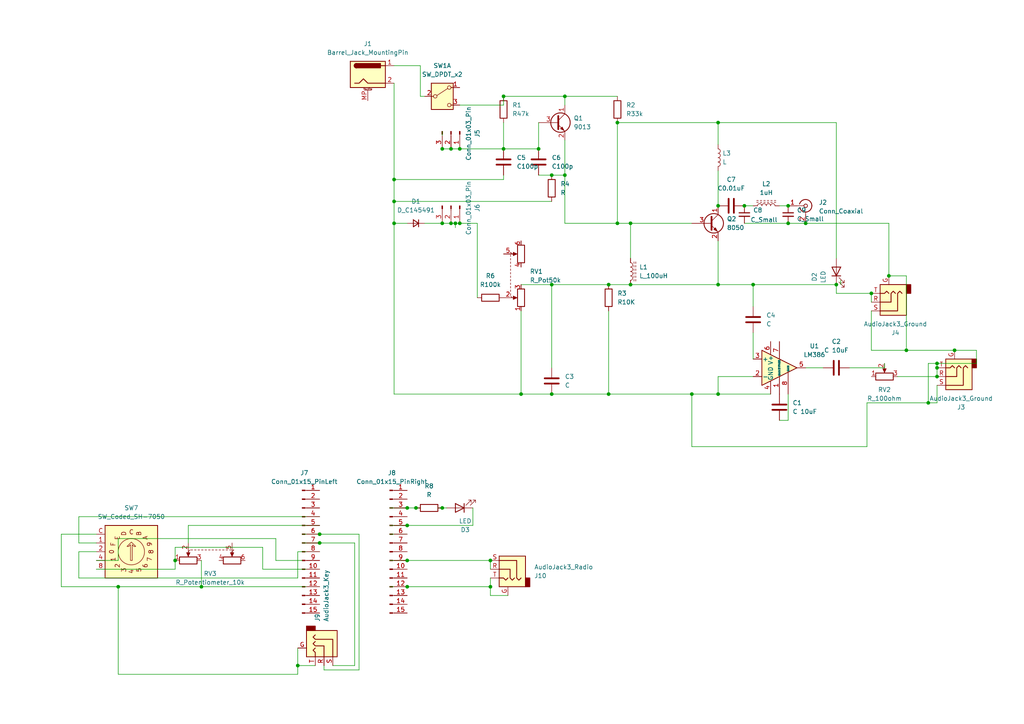
<source format=kicad_sch>
(kicad_sch (version 20231120) (generator "eeschema") (generator_version "8.0")
  (paper "A4")
  (lib_symbols
    (symbol "Amplifier_Audio:LM386" (pin_names (offset 0.127))
      (property "Reference" "U" (at 1.27 7.62 0))
      (property "Value" "LM386" (at 1.27 5.08 0))
      (symbol "LM386_0_1"
        (polyline (pts (xy 5.08 0) (xy -5.08 5.08) (xy -5.08 -5.08) (xy 5.08 0)) (stroke (width 0.254)) (fill (type background)))
      )
      (symbol "LM386_1_1"
        (pin input line (at 0 -7.62 90) (length 5.08) (name "GAIN") (number "1"))
        (pin input line (at -7.62 -2.54 0) (length 2.54) (name "-") (number "2"))
        (pin input line (at -7.62 2.54 0) (length 2.54) (name "+") (number "3"))
        (pin power_in line (at -2.54 -7.62 90) (length 3.81) (name "GND") (number "4"))
        (pin output line (at 7.62 0 180) (length 2.54) (name "~") (number "5"))
        (pin power_in line (at -2.54 7.62 270) (length 3.81) (name "V+") (number "6"))
        (pin input line (at 0 7.62 270) (length 5.08) (name "BYPASS") (number "7"))
        (pin input line (at 2.54 -7.62 90) (length 6.35) (name "GAIN") (number "8"))
      )
    )
    (symbol "Connector:Barrel_Jack_MountingPin" (pin_names hide)
      (property "Reference" "J" (at 0 5.334 0))
      (property "Value" "Barrel_Jack_MountingPin" (at 1.27 -6.35 0))
      (symbol "Barrel_Jack_MountingPin_0_1"
        (rectangle (start -5.08 3.81) (end 5.08 -3.81) (stroke (width 0.254)) (fill (type background)))
        (arc (start -3.302 3.175) (mid -3.9343 2.54) (end -3.302 1.905) (stroke (width 0.254)))
        (arc (start -3.302 3.175) (mid -3.9343 2.54) (end -3.302 1.905) (stroke (width 0.254)) (fill (type outline)))
        (polyline (pts (xy 5.08 2.54) (xy 3.81 2.54)) (stroke (width 0.254)))
        (polyline (pts (xy -3.81 -2.54) (xy -2.54 -2.54) (xy -1.27 -1.27) (xy 0 -2.54) (xy 2.54 -2.54) (xy 5.08 -2.54)) (stroke (width 0.254)))
        (rectangle (start 3.683 3.175) (end -3.302 1.905) (stroke (width 0.254)) (fill (type outline)))
      )
      (symbol "Barrel_Jack_MountingPin_1_1"
        (polyline (pts (xy -1.016 -4.572) (xy 1.016 -4.572)) (stroke (width 0.1524)))
        (text "Mounting" (at 0 -4.191 0) (effects (font (size 0.381 0.381))))
        (pin passive line (at 7.62 2.54 180) (length 2.54) (name "~") (number "1"))
        (pin passive line (at 7.62 -2.54 180) (length 2.54) (name "~") (number "2"))
        (pin passive line (at 0 -7.62 90) (length 3.048) (name "MountPin") (number "MP"))
      )
    )
    (symbol "Connector:Conn_01x03_Pin" (pin_names (offset 1.016) hide)
      (property "Reference" "J" (at 0 5.08 0))
      (property "Value" "Conn_01x03_Pin" (at 0 -5.08 0))
      (symbol "Conn_01x03_Pin_1_1"
        (polyline (pts (xy 1.27 -2.54) (xy 0.8636 -2.54)) (stroke (width 0.1524)))
        (polyline (pts (xy 1.27 0) (xy 0.8636 0)) (stroke (width 0.1524)))
        (polyline (pts (xy 1.27 2.54) (xy 0.8636 2.54)) (stroke (width 0.1524)))
        (rectangle (start 0.8636 -2.413) (end 0 -2.667) (stroke (width 0.1524)) (fill (type outline)))
        (rectangle (start 0.8636 0.127) (end 0 -0.127) (stroke (width 0.1524)) (fill (type outline)))
        (rectangle (start 0.8636 2.667) (end 0 2.413) (stroke (width 0.1524)) (fill (type outline)))
        (pin passive line (at 5.08 2.54 180) (length 3.81) (name "Pin_1") (number "1"))
        (pin passive line (at 5.08 0 180) (length 3.81) (name "Pin_2") (number "2"))
        (pin passive line (at 5.08 -2.54 180) (length 3.81) (name "Pin_3") (number "3"))
      )
    )
    (symbol "Connector:Conn_01x15_Pin" (pin_names (offset 1.016) hide)
      (property "Reference" "J" (at 0 20.32 0))
      (property "Value" "Conn_01x15_Pin" (at 0 -20.32 0))
      (symbol "Conn_01x15_Pin_1_1"
        (polyline (pts (xy 1.27 -17.78) (xy 0.8636 -17.78)) (stroke (width 0.1524)))
        (polyline (pts (xy 1.27 -15.24) (xy 0.8636 -15.24)) (stroke (width 0.1524)))
        (polyline (pts (xy 1.27 -12.7) (xy 0.8636 -12.7)) (stroke (width 0.1524)))
        (polyline (pts (xy 1.27 -10.16) (xy 0.8636 -10.16)) (stroke (width 0.1524)))
        (polyline (pts (xy 1.27 -7.62) (xy 0.8636 -7.62)) (stroke (width 0.1524)))
        (polyline (pts (xy 1.27 -5.08) (xy 0.8636 -5.08)) (stroke (width 0.1524)))
        (polyline (pts (xy 1.27 -2.54) (xy 0.8636 -2.54)) (stroke (width 0.1524)))
        (polyline (pts (xy 1.27 0) (xy 0.8636 0)) (stroke (width 0.1524)))
        (polyline (pts (xy 1.27 2.54) (xy 0.8636 2.54)) (stroke (width 0.1524)))
        (polyline (pts (xy 1.27 5.08) (xy 0.8636 5.08)) (stroke (width 0.1524)))
        (polyline (pts (xy 1.27 7.62) (xy 0.8636 7.62)) (stroke (width 0.1524)))
        (polyline (pts (xy 1.27 10.16) (xy 0.8636 10.16)) (stroke (width 0.1524)))
        (polyline (pts (xy 1.27 12.7) (xy 0.8636 12.7)) (stroke (width 0.1524)))
        (polyline (pts (xy 1.27 15.24) (xy 0.8636 15.24)) (stroke (width 0.1524)))
        (polyline (pts (xy 1.27 17.78) (xy 0.8636 17.78)) (stroke (width 0.1524)))
        (rectangle (start 0.8636 -17.653) (end 0 -17.907) (stroke (width 0.1524)) (fill (type outline)))
        (rectangle (start 0.8636 -15.113) (end 0 -15.367) (stroke (width 0.1524)) (fill (type outline)))
        (rectangle (start 0.8636 -12.573) (end 0 -12.827) (stroke (width 0.1524)) (fill (type outline)))
        (rectangle (start 0.8636 -10.033) (end 0 -10.287) (stroke (width 0.1524)) (fill (type outline)))
        (rectangle (start 0.8636 -7.493) (end 0 -7.747) (stroke (width 0.1524)) (fill (type outline)))
        (rectangle (start 0.8636 -4.953) (end 0 -5.207) (stroke (width 0.1524)) (fill (type outline)))
        (rectangle (start 0.8636 -2.413) (end 0 -2.667) (stroke (width 0.1524)) (fill (type outline)))
        (rectangle (start 0.8636 0.127) (end 0 -0.127) (stroke (width 0.1524)) (fill (type outline)))
        (rectangle (start 0.8636 2.667) (end 0 2.413) (stroke (width 0.1524)) (fill (type outline)))
        (rectangle (start 0.8636 5.207) (end 0 4.953) (stroke (width 0.1524)) (fill (type outline)))
        (rectangle (start 0.8636 7.747) (end 0 7.493) (stroke (width 0.1524)) (fill (type outline)))
        (rectangle (start 0.8636 10.287) (end 0 10.033) (stroke (width 0.1524)) (fill (type outline)))
        (rectangle (start 0.8636 12.827) (end 0 12.573) (stroke (width 0.1524)) (fill (type outline)))
        (rectangle (start 0.8636 15.367) (end 0 15.113) (stroke (width 0.1524)) (fill (type outline)))
        (rectangle (start 0.8636 17.907) (end 0 17.653) (stroke (width 0.1524)) (fill (type outline)))
        (pin passive line (at 5.08 17.78 180) (length 3.81) (name "Pin_1") (number "1"))
        (pin passive line (at 5.08 -5.08 180) (length 3.81) (name "Pin_10") (number "10"))
        (pin passive line (at 5.08 -7.62 180) (length 3.81) (name "Pin_11") (number "11"))
        (pin passive line (at 5.08 -10.16 180) (length 3.81) (name "Pin_12") (number "12"))
        (pin passive line (at 5.08 -12.7 180) (length 3.81) (name "Pin_13") (number "13"))
        (pin passive line (at 5.08 -15.24 180) (length 3.81) (name "Pin_14") (number "14"))
        (pin passive line (at 5.08 -17.78 180) (length 3.81) (name "Pin_15") (number "15"))
        (pin passive line (at 5.08 15.24 180) (length 3.81) (name "Pin_2") (number "2"))
        (pin passive line (at 5.08 12.7 180) (length 3.81) (name "Pin_3") (number "3"))
        (pin passive line (at 5.08 10.16 180) (length 3.81) (name "Pin_4") (number "4"))
        (pin passive line (at 5.08 7.62 180) (length 3.81) (name "Pin_5") (number "5"))
        (pin passive line (at 5.08 5.08 180) (length 3.81) (name "Pin_6") (number "6"))
        (pin passive line (at 5.08 2.54 180) (length 3.81) (name "Pin_7") (number "7"))
        (pin passive line (at 5.08 0 180) (length 3.81) (name "Pin_8") (number "8"))
        (pin passive line (at 5.08 -2.54 180) (length 3.81) (name "Pin_9") (number "9"))
      )
    )
    (symbol "Connector:Conn_Coaxial" (pin_names (offset 1.016) hide)
      (property "Reference" "J" (at 0.254 3.048 0))
      (property "Value" "Conn_Coaxial" (at 2.921 0 90))
      (symbol "Conn_Coaxial_0_1"
        (arc (start -1.778 -0.508) (mid 0.2311 -1.8066) (end 1.778 0) (stroke (width 0.254)))
        (polyline (pts (xy -2.54 0) (xy -0.508 0)))
        (polyline (pts (xy 0 -2.54) (xy 0 -1.778)))
        (circle (center 0 0) (radius 0.508) (stroke (width 0.2032)))
        (arc (start 1.778 0) (mid 0.2099 1.8101) (end -1.778 0.508) (stroke (width 0.254)))
      )
      (symbol "Conn_Coaxial_1_1"
        (pin passive line (at -5.08 0 0) (length 2.54) (name "In") (number "1"))
        (pin passive line (at 0 -5.08 90) (length 2.54) (name "Ext") (number "2"))
      )
    )
    (symbol "Connector_Audio:AudioJack3_Ground"
      (property "Reference" "J" (at 0 8.89 0))
      (property "Value" "AudioJack3_Ground" (at 0 6.35 0))
      (symbol "AudioJack3_Ground_0_1"
        (rectangle (start -5.08 -2.54) (end -6.35 -5.08) (stroke (width 0.254)) (fill (type outline)))
        (polyline (pts (xy 0 -2.54) (xy 0.635 -3.175) (xy 1.27 -2.54) (xy 2.54 -2.54)) (stroke (width 0.254)))
        (polyline (pts (xy -1.905 -2.54) (xy -1.27 -3.175) (xy -0.635 -2.54) (xy -0.635 0) (xy 2.54 0)) (stroke (width 0.254)))
        (polyline (pts (xy 2.54 2.54) (xy -2.54 2.54) (xy -2.54 -2.54) (xy -3.175 -3.175) (xy -3.81 -2.54)) (stroke (width 0.254)))
        (rectangle (start 2.54 3.81) (end -5.08 -5.08) (stroke (width 0.254)) (fill (type background)))
      )
      (symbol "AudioJack3_Ground_1_1"
        (pin passive line (at 0 -7.62 90) (length 2.54) (name "~") (number "G"))
        (pin passive line (at 5.08 0 180) (length 2.54) (name "~") (number "R"))
        (pin passive line (at 5.08 2.54 180) (length 2.54) (name "~") (number "S"))
        (pin passive line (at 5.08 -2.54 180) (length 2.54) (name "~") (number "T"))
      )
    )
    (symbol "Device:C" (pin_numbers hide) (pin_names (offset 0.254))
      (property "Reference" "C" (at 0.635 2.54 0))
      (property "Value" "C" (at 0.635 -2.54 0))
      (symbol "C_0_1"
        (polyline (pts (xy -2.032 -0.762) (xy 2.032 -0.762)) (stroke (width 0.508)))
        (polyline (pts (xy -2.032 0.762) (xy 2.032 0.762)) (stroke (width 0.508)))
      )
      (symbol "C_1_1"
        (pin passive line (at 0 3.81 270) (length 2.794) (name "~") (number "1"))
        (pin passive line (at 0 -3.81 90) (length 2.794) (name "~") (number "2"))
      )
    )
    (symbol "Device:C_Small" (pin_numbers hide) (pin_names (offset 0.254) hide)
      (property "Reference" "C" (at 0.254 1.778 0))
      (property "Value" "C_Small" (at 0.254 -2.032 0))
      (symbol "C_Small_0_1"
        (polyline (pts (xy -1.524 -0.508) (xy 1.524 -0.508)) (stroke (width 0.3302)))
        (polyline (pts (xy -1.524 0.508) (xy 1.524 0.508)) (stroke (width 0.3048)))
      )
      (symbol "C_Small_1_1"
        (pin passive line (at 0 2.54 270) (length 2.032) (name "~") (number "1"))
        (pin passive line (at 0 -2.54 90) (length 2.032) (name "~") (number "2"))
      )
    )
    (symbol "Device:D_Small" (pin_numbers hide) (pin_names (offset 0.254) hide)
      (property "Reference" "D" (at -1.27 2.032 0))
      (property "Value" "D_Small" (at -3.81 -2.032 0))
      (symbol "D_Small_0_1"
        (polyline (pts (xy -0.762 -1.016) (xy -0.762 1.016)) (stroke (width 0.254)))
        (polyline (pts (xy -0.762 0) (xy 0.762 0)))
        (polyline (pts (xy 0.762 -1.016) (xy -0.762 0) (xy 0.762 1.016) (xy 0.762 -1.016)) (stroke (width 0.254)))
      )
      (symbol "D_Small_1_1"
        (pin passive line (at -2.54 0 0) (length 1.778) (name "K") (number "1"))
        (pin passive line (at 2.54 0 180) (length 1.778) (name "A") (number "2"))
      )
    )
    (symbol "Device:L" (pin_numbers hide) (pin_names (offset 1.016) hide)
      (property "Reference" "L" (at -1.27 0 90))
      (property "Value" "L" (at 1.905 0 90))
      (symbol "L_0_1"
        (arc (start 0 -2.54) (mid 0.6323 -1.905) (end 0 -1.27))
        (arc (start 0 -1.27) (mid 0.6323 -0.635) (end 0 0))
        (arc (start 0 0) (mid 0.6323 0.635) (end 0 1.27))
        (arc (start 0 1.27) (mid 0.6323 1.905) (end 0 2.54))
      )
      (symbol "L_1_1"
        (pin passive line (at 0 3.81 270) (length 1.27) (name "1") (number "1"))
        (pin passive line (at 0 -3.81 90) (length 1.27) (name "2") (number "2"))
      )
    )
    (symbol "Device:LED" (pin_numbers hide) (pin_names (offset 1.016) hide)
      (property "Reference" "D" (at 0 2.54 0))
      (property "Value" "LED" (at 0 -2.54 0))
      (symbol "LED_0_1"
        (polyline (pts (xy -1.27 -1.27) (xy -1.27 1.27)) (stroke (width 0.254)))
        (polyline (pts (xy -1.27 0) (xy 1.27 0)))
        (polyline (pts (xy 1.27 -1.27) (xy 1.27 1.27) (xy -1.27 0) (xy 1.27 -1.27)) (stroke (width 0.254)))
        (polyline (pts (xy -3.048 -0.762) (xy -4.572 -2.286) (xy -3.81 -2.286) (xy -4.572 -2.286) (xy -4.572 -1.524)))
        (polyline (pts (xy -1.778 -0.762) (xy -3.302 -2.286) (xy -2.54 -2.286) (xy -3.302 -2.286) (xy -3.302 -1.524)))
      )
      (symbol "LED_1_1"
        (pin passive line (at -3.81 0 0) (length 2.54) (name "K") (number "1"))
        (pin passive line (at 3.81 0 180) (length 2.54) (name "A") (number "2"))
      )
    )
    (symbol "Device:L_Ferrite" (pin_numbers hide) (pin_names (offset 1.016) hide)
      (property "Reference" "L" (at -1.27 0 90))
      (property "Value" "L_Ferrite" (at 2.794 0 90))
      (symbol "L_Ferrite_0_1"
        (arc (start 0 -2.54) (mid 0.6323 -1.905) (end 0 -1.27))
        (arc (start 0 -1.27) (mid 0.6323 -0.635) (end 0 0))
        (polyline (pts (xy 1.016 -2.794) (xy 1.016 -2.286)))
        (polyline (pts (xy 1.016 -1.778) (xy 1.016 -1.27)))
        (polyline (pts (xy 1.016 -0.762) (xy 1.016 -0.254)))
        (polyline (pts (xy 1.016 0.254) (xy 1.016 0.762)))
        (polyline (pts (xy 1.016 1.27) (xy 1.016 1.778)))
        (polyline (pts (xy 1.016 2.286) (xy 1.016 2.794)))
        (polyline (pts (xy 1.524 -2.286) (xy 1.524 -2.794)))
        (polyline (pts (xy 1.524 -1.27) (xy 1.524 -1.778)))
        (polyline (pts (xy 1.524 -0.254) (xy 1.524 -0.762)))
        (polyline (pts (xy 1.524 0.762) (xy 1.524 0.254)))
        (polyline (pts (xy 1.524 1.778) (xy 1.524 1.27)))
        (polyline (pts (xy 1.524 2.794) (xy 1.524 2.286)))
        (arc (start 0 0) (mid 0.6323 0.635) (end 0 1.27))
        (arc (start 0 1.27) (mid 0.6323 1.905) (end 0 2.54))
      )
      (symbol "L_Ferrite_1_1"
        (pin passive line (at 0 3.81 270) (length 1.27) (name "1") (number "1"))
        (pin passive line (at 0 -3.81 90) (length 1.27) (name "2") (number "2"))
      )
    )
    (symbol "Device:R" (pin_numbers hide) (pin_names (offset 0))
      (property "Reference" "R" (at 2.032 0 90))
      (property "Value" "R" (at 0 0 90))
      (symbol "R_0_1"
        (rectangle (start -1.016 -2.54) (end 1.016 2.54) (stroke (width 0.254)))
      )
      (symbol "R_1_1"
        (pin passive line (at 0 3.81 270) (length 1.27) (name "~") (number "1"))
        (pin passive line (at 0 -3.81 90) (length 1.27) (name "~") (number "2"))
      )
    )
    (symbol "Device:R_Potentiometer" (pin_names (offset 1.016) hide)
      (property "Reference" "RV" (at -4.445 0 90))
      (property "Value" "R_Potentiometer" (at -2.54 0 90))
      (symbol "R_Potentiometer_0_1"
        (polyline (pts (xy 2.54 0) (xy 1.524 0)))
        (polyline (pts (xy 1.143 0) (xy 2.286 0.508) (xy 2.286 -0.508) (xy 1.143 0)) (fill (type outline)))
        (rectangle (start 1.016 2.54) (end -1.016 -2.54) (stroke (width 0.254)))
      )
      (symbol "R_Potentiometer_1_1"
        (pin passive line (at 0 3.81 270) (length 1.27) (name "1") (number "1"))
        (pin passive line (at 3.81 0 180) (length 1.27) (name "2") (number "2"))
        (pin passive line (at 0 -3.81 90) (length 1.27) (name "3") (number "3"))
      )
    )
    (symbol "Device:R_Potentiometer_Dual" (pin_names (offset 1.016) hide)
      (property "Reference" "RV" (at 0 3.81 0))
      (property "Value" "R_Potentiometer_Dual" (at 0 1.905 0))
      (symbol "R_Potentiometer_Dual_0_1"
        (rectangle (start -8.89 -1.524) (end -3.81 -3.556) (stroke (width 0.254)))
        (polyline (pts (xy -6.35 0) (xy -6.35 -1.016)))
        (polyline (pts (xy -6.35 0) (xy -6.35 -1.016)))
        (polyline (pts (xy -6.35 0) (xy -5.842 0.508)))
        (polyline (pts (xy -5.588 0.508) (xy -5.08 0.508)))
        (polyline (pts (xy -4.572 0.508) (xy -4.064 0.508)))
        (polyline (pts (xy -3.556 0.508) (xy -3.048 0.508)))
        (polyline (pts (xy -2.54 0.508) (xy -2.032 0.508)))
        (polyline (pts (xy -1.524 0.508) (xy -1.016 0.508)))
        (polyline (pts (xy -0.508 0.508) (xy 0 0.508)))
        (polyline (pts (xy 0.508 0.508) (xy 1.016 0.508)))
        (polyline (pts (xy 1.524 0.508) (xy 2.032 0.508)))
        (polyline (pts (xy 2.54 0.508) (xy 3.048 0.508)))
        (polyline (pts (xy 3.556 0.508) (xy 4.064 0.508)))
        (polyline (pts (xy 4.572 0.508) (xy 5.08 0.508)))
        (polyline (pts (xy 5.588 0.508) (xy 6.096 0.508)))
        (polyline (pts (xy 6.35 0) (xy 6.35 -1.016)))
        (polyline (pts (xy 6.35 0) (xy 6.35 -1.016)))
        (polyline (pts (xy 6.604 0.508) (xy 6.858 0.508) (xy 6.35 0)))
        (polyline (pts (xy -6.35 -1.397) (xy -6.858 -0.254) (xy -5.842 -0.254) (xy -6.35 -1.397)) (fill (type outline)))
        (polyline (pts (xy 6.35 -1.397) (xy 5.842 -0.254) (xy 6.858 -0.254) (xy 6.35 -1.397)) (fill (type outline)))
        (rectangle (start 3.81 -1.524) (end 8.89 -3.556) (stroke (width 0.254)))
      )
      (symbol "R_Potentiometer_Dual_1_1"
        (pin passive line (at -10.16 -2.54 0) (length 1.27) (name "1") (number "1"))
        (pin passive line (at -6.35 2.54 270) (length 2.54) (name "2") (number "2"))
        (pin passive line (at -2.54 -2.54 180) (length 1.27) (name "3") (number "3"))
        (pin passive line (at 2.54 -2.54 0) (length 1.27) (name "4") (number "4"))
        (pin passive line (at 6.35 2.54 270) (length 2.54) (name "5") (number "5"))
        (pin passive line (at 10.16 -2.54 180) (length 1.27) (name "6") (number "6"))
      )
    )
    (symbol "Switch:SW_Coded_SH-7050" (pin_names hide)
      (property "Reference" "SW" (at -7.62 8.89 0))
      (property "Value" "SW_Coded_SH-7050" (at -7.62 -8.89 0))
      (symbol "SW_Coded_SH-7050_0_0"
        (text "0" (at 5.715 0 2700) (effects (font (size 1.27 1.27))))
        (text "1" (at 5.2832 -2.1844 2475) (effects (font (size 1.27 1.27))))
        (text "2" (at 4.0386 -4.0386 2250) (effects (font (size 1.27 1.27))))
        (text "3" (at 2.1844 -5.2832 2025) (effects (font (size 1.27 1.27))))
        (text "4" (at 0 -5.715 1800) (effects (font (size 1.27 1.27))))
        (text "5" (at -2.1844 -5.2832 1575) (effects (font (size 1.27 1.27))))
        (text "6" (at -4.0386 -4.0386 1350) (effects (font (size 1.27 1.27))))
        (text "7" (at -5.2832 -2.1844 1125) (effects (font (size 1.27 1.27))))
        (text "8" (at -5.715 0 900) (effects (font (size 1.27 1.27))))
        (text "9" (at -5.2832 2.1844 675) (effects (font (size 1.27 1.27))))
        (text "A" (at -4.0386 4.0386 450) (effects (font (size 1.27 1.27))))
        (text "B" (at -2.1844 5.2832 225) (effects (font (size 1.27 1.27))))
        (text "C" (at 0 5.715 0) (effects (font (size 1.27 1.27))))
        (text "D" (at 2.1844 5.2832 3375) (effects (font (size 1.27 1.27))))
        (text "E" (at 4.0386 4.0386 3150) (effects (font (size 1.27 1.27))))
        (text "F" (at 5.2832 2.1844 2925) (effects (font (size 1.27 1.27))))
      )
      (symbol "SW_Coded_SH-7050_0_1"
        (polyline (pts (xy -0.254 -2.54) (xy -0.254 2.032) (xy -0.762 1.524) (xy -1.27 1.524) (xy 0 2.794) (xy 1.27 1.524) (xy 0.762 1.524) (xy 0.254 2.032) (xy 0.254 -2.54) (xy -0.254 -2.54) (xy -0.254 -2.54)))
        (circle (center 0 0) (radius 3.81))
        (rectangle (start 7.62 7.62) (end -7.62 -7.62) (stroke (width 0.254)) (fill (type background)))
      )
      (symbol "SW_Coded_SH-7050_1_1"
        (pin passive line (at 10.16 2.54 180) (length 2.54) (name "1") (number "1"))
        (pin passive line (at 10.16 0 180) (length 2.54) (name "2") (number "2"))
        (pin passive line (at 10.16 -2.54 180) (length 2.54) (name "4") (number "4"))
        (pin passive line (at 10.16 -5.08 180) (length 2.54) (name "8") (number "8"))
        (pin passive line (at 10.16 5.08 180) (length 2.54) (name "C") (number "C"))
      )
    )
    (symbol "Switch:SW_DPDT_x2" (pin_names (offset 0) hide)
      (property "Reference" "SW" (at 0 5.08 0))
      (property "Value" "SW_DPDT_x2" (at 0 -5.08 0))
      (symbol "SW_DPDT_x2_0_0"
        (circle (center -2.032 0) (radius 0.508))
        (circle (center 2.032 -2.54) (radius 0.508))
      )
      (symbol "SW_DPDT_x2_0_1"
        (rectangle (start -3.175 3.81) (end 3.175 -3.81) (stroke (width 0.254)) (fill (type background)))
        (polyline (pts (xy -1.524 0.254) (xy 1.5748 2.286)))
        (circle (center 2.032 2.54) (radius 0.508))
      )
      (symbol "SW_DPDT_x2_1_1"
        (pin passive line (at 5.08 2.54 180) (length 2.54) (name "A") (number "1"))
        (pin passive line (at -5.08 0 0) (length 2.54) (name "B") (number "2"))
        (pin passive line (at 5.08 -2.54 180) (length 2.54) (name "C") (number "3"))
      )
      (symbol "SW_DPDT_x2_2_1"
        (pin passive line (at 5.08 2.54 180) (length 2.54) (name "A") (number "4"))
        (pin passive line (at -5.08 0 0) (length 2.54) (name "B") (number "5"))
        (pin passive line (at 5.08 -2.54 180) (length 2.54) (name "C") (number "6"))
      )
    )
    (symbol "Transistor_BJT:BF199" (pin_names (offset 0) hide)
      (property "Reference" "Q" (at 5.08 1.905 0))
      (property "Value" "BF199" (at 5.08 0 0))
      (symbol "BF199_0_1"
        (polyline (pts (xy 0.635 0.635) (xy 2.54 2.54)))
        (polyline (pts (xy 0.635 -0.635) (xy 2.54 -2.54) (xy 2.54 -2.54)))
        (polyline (pts (xy 0.635 1.905) (xy 0.635 -1.905) (xy 0.635 -1.905)) (stroke (width 0.508)))
        (polyline (pts (xy 1.27 -1.778) (xy 1.778 -1.27) (xy 2.286 -2.286) (xy 1.27 -1.778) (xy 1.27 -1.778)) (fill (type outline)))
        (circle (center 1.27 0) (radius 2.8194) (stroke (width 0.254)))
      )
      (symbol "BF199_1_1"
        (pin passive line (at 2.54 5.08 270) (length 2.54) (name "C") (number "1"))
        (pin passive line (at 2.54 -5.08 90) (length 2.54) (name "E") (number "2"))
        (pin input line (at -5.08 0 0) (length 5.715) (name "B") (number "3"))
      )
    )
  )
  (junction (at 156.21 43.18))
  (junction (at 179.07 35.56))
  (junction (at 130.81 43.18))
  (junction (at 182.88 82.55))
  (junction (at 269.24 116.84))
  (junction (at 163.83 50.8))
  (junction (at 233.68 64.77))
  (junction (at 34.29 170.18))
  (junction (at 257.81 80.01))
  (junction (at 160.02 82.55))
  (junction (at 133.35 43.18))
  (junction (at 176.53 82.55))
  (junction (at 86.36 193.04))
  (junction (at 271.78 105.41))
  (junction (at 146.05 27.94))
  (junction (at 218.44 82.55))
  (junction (at 208.28 59.69))
  (junction (at 114.3 52.07))
  (junction (at 271.78 106.68))
  (junction (at 242.57 82.55))
  (junction (at 182.88 64.77))
  (junction (at 163.83 27.94))
  (junction (at 118.11 170.18))
  (junction (at 118.11 152.4))
  (junction (at 118.11 162.56))
  (junction (at 118.11 147.32))
  (junction (at 200.66 114.3))
  (junction (at 114.3 64.77))
  (junction (at 128.27 64.77))
  (junction (at 92.71 154.94))
  (junction (at 114.3 58.42))
  (junction (at 208.28 114.3))
  (junction (at 132.08 64.77))
  (junction (at 215.9 59.69))
  (junction (at 228.6 64.77))
  (junction (at 276.86 101.6))
  (junction (at 130.81 64.77))
  (junction (at 142.24 170.18))
  (junction (at 271.78 109.22))
  (junction (at 151.13 114.3))
  (junction (at 128.27 147.32))
  (junction (at 252.73 85.09))
  (junction (at 262.89 101.6))
  (junction (at 208.28 82.55))
  (junction (at 208.28 35.56))
  (junction (at 120.65 147.32))
  (junction (at 92.71 157.48))
  (junction (at 146.05 43.18))
  (junction (at 179.07 64.77))
  (junction (at 176.53 114.3))
  (junction (at 160.02 114.3))
  (junction (at 228.6 59.69))
  (junction (at 133.35 64.77))
  (junction (at 142.24 162.56))
  (junction (at 128.27 43.18))
  (junction (at 50.8 162.56))
  (junction (at 58.42 170.18))
  (junction (at 160.02 50.8))
  (wire (pts (xy 114.3 52.07) (xy 114.3 24.13)))
  (wire (pts (xy 142.24 167.64) (xy 142.24 170.18)))
  (wire (pts (xy 163.83 64.77) (xy 179.07 64.77)))
  (wire (pts (xy 252.73 90.17) (xy 252.73 101.6)))
  (wire (pts (xy 163.83 27.94) (xy 179.07 27.94)))
  (wire (pts (xy 256.54 106.68) (xy 256.54 105.41)))
  (wire (pts (xy 262.89 80.01) (xy 257.81 80.01)))
  (wire (pts (xy 251.46 129.54) (xy 200.66 129.54)))
  (wire (pts (xy 242.57 74.93) (xy 242.57 35.56)))
  (wire (pts (xy 208.28 69.85) (xy 208.28 82.55)))
  (wire (pts (xy 123.19 64.77) (xy 128.27 64.77)))
  (wire (pts (xy 102.87 157.48) (xy 92.71 157.48)))
  (wire (pts (xy 160.02 50.8) (xy 163.83 50.8)))
  (wire (pts (xy 113.03 147.32) (xy 118.11 147.32)))
  (wire (pts (xy 271.78 105.41) (xy 269.24 105.41)))
  (wire (pts (xy 257.81 64.77) (xy 257.81 80.01)))
  (wire (pts (xy 121.92 27.94) (xy 123.19 27.94)))
  (wire (pts (xy 121.92 19.05) (xy 121.92 27.94)))
  (wire (pts (xy 215.9 59.69) (xy 218.44 59.69)))
  (wire (pts (xy 50.8 158.75) (xy 76.2 158.75)))
  (wire (pts (xy 58.42 162.56) (xy 58.42 170.18)))
  (wire (pts (xy 156.21 35.56) (xy 156.21 43.18)))
  (wire (pts (xy 142.24 172.72) (xy 147.32 172.72)))
  (wire (pts (xy 50.8 165.1) (xy 50.8 162.56)))
  (wire (pts (xy 208.28 109.22) (xy 208.28 114.3)))
  (wire (pts (xy 182.88 82.55) (xy 208.28 82.55)))
  (wire (pts (xy 34.29 162.56) (xy 27.94 162.56)))
  (wire (pts (xy 276.86 101.6) (xy 262.89 101.6)))
  (wire (pts (xy 179.07 35.56) (xy 179.07 64.77)))
  (wire (pts (xy 102.87 193.04) (xy 102.87 157.48)))
  (wire (pts (xy 176.53 114.3) (xy 200.66 114.3)))
  (wire (pts (xy 271.78 109.22) (xy 271.78 106.68)))
  (wire (pts (xy 87.63 162.56) (xy 80.01 162.56)))
  (wire (pts (xy 156.21 43.18) (xy 146.05 43.18)))
  (wire (pts (xy 271.78 116.84) (xy 269.24 116.84)))
  (wire (pts (xy 86.36 193.04) (xy 91.44 193.04)))
  (wire (pts (xy 92.71 154.94) (xy 104.14 154.94)))
  (wire (pts (xy 17.78 170.18) (xy 34.29 170.18)))
  (wire (pts (xy 34.29 170.18) (xy 58.42 170.18)))
  (wire (pts (xy 269.24 105.41) (xy 269.24 116.84)))
  (wire (pts (xy 218.44 109.22) (xy 208.28 109.22)))
  (wire (pts (xy 146.05 27.94) (xy 163.83 27.94)))
  (wire (pts (xy 113.03 170.18) (xy 118.11 170.18)))
  (wire (pts (xy 228.6 121.92) (xy 228.6 114.3)))
  (wire (pts (xy 176.53 82.55) (xy 182.88 82.55)))
  (wire (pts (xy 118.11 147.32) (xy 120.65 147.32)))
  (wire (pts (xy 113.03 152.4) (xy 118.11 152.4)))
  (wire (pts (xy 283.21 101.6) (xy 283.21 105.41)))
  (wire (pts (xy 208.28 35.56) (xy 179.07 35.56)))
  (wire (pts (xy 146.05 30.48) (xy 146.05 27.94)))
  (wire (pts (xy 151.13 90.17) (xy 151.13 114.3)))
  (wire (pts (xy 133.35 43.18) (xy 146.05 43.18)))
  (wire (pts (xy 133.35 30.48) (xy 146.05 30.48)))
  (wire (pts (xy 242.57 82.55) (xy 218.44 82.55)))
  (wire (pts (xy 58.42 170.18) (xy 92.71 170.18)))
  (wire (pts (xy 269.24 116.84) (xy 251.46 116.84)))
  (wire (pts (xy 242.57 35.56) (xy 208.28 35.56)))
  (wire (pts (xy 252.73 101.6) (xy 262.89 101.6)))
  (wire (pts (xy 151.13 82.55) (xy 160.02 82.55)))
  (wire (pts (xy 104.14 154.94) (xy 104.14 194.31)))
  (wire (pts (xy 54.61 152.4) (xy 54.61 157.48)))
  (wire (pts (xy 182.88 64.77) (xy 200.66 64.77)))
  (wire (pts (xy 132.08 64.77) (xy 133.35 64.77)))
  (wire (pts (xy 132.08 64.77) (xy 130.81 64.77)))
  (wire (pts (xy 22.86 167.64) (xy 22.86 160.02)))
  (wire (pts (xy 146.05 43.18) (xy 146.05 35.56)))
  (wire (pts (xy 226.06 121.92) (xy 228.6 121.92)))
  (wire (pts (xy 137.16 152.4) (xy 118.11 152.4)))
  (wire (pts (xy 22.86 160.02) (xy 27.94 160.02)))
  (wire (pts (xy 208.28 82.55) (xy 218.44 82.55)))
  (wire (pts (xy 34.29 156.21) (xy 34.29 162.56)))
  (wire (pts (xy 200.66 129.54) (xy 200.66 114.3)))
  (wire (pts (xy 86.36 167.64) (xy 86.36 160.02)))
  (wire (pts (xy 163.83 40.64) (xy 163.83 50.8)))
  (wire (pts (xy 114.3 114.3) (xy 114.3 64.77)))
  (wire (pts (xy 160.02 58.42) (xy 114.3 58.42)))
  (wire (pts (xy 252.73 85.09) (xy 252.73 87.63)))
  (wire (pts (xy 127 147.32) (xy 128.27 147.32)))
  (wire (pts (xy 276.86 101.6) (xy 283.21 101.6)))
  (wire (pts (xy 283.21 105.41) (xy 271.78 105.41)))
  (wire (pts (xy 228.6 64.77) (xy 233.68 64.77)))
  (wire (pts (xy 271.78 111.76) (xy 271.78 116.84)))
  (wire (pts (xy 218.44 82.55) (xy 218.44 88.9)))
  (wire (pts (xy 93.98 194.31) (xy 104.14 194.31)))
  (wire (pts (xy 17.78 170.18) (xy 17.78 154.94)))
  (wire (pts (xy 137.16 147.32) (xy 137.16 152.4)))
  (wire (pts (xy 86.36 160.02) (xy 92.71 160.02)))
  (wire (pts (xy 151.13 114.3) (xy 160.02 114.3)))
  (wire (pts (xy 76.2 158.75) (xy 76.2 165.1)))
  (wire (pts (xy 128.27 43.18) (xy 130.81 43.18)))
  (wire (pts (xy 86.36 193.04) (xy 86.36 195.58)))
  (wire (pts (xy 233.68 64.77) (xy 257.81 64.77)))
  (wire (pts (xy 156.21 50.8) (xy 160.02 50.8)))
  (wire (pts (xy 242.57 85.09) (xy 242.57 82.55)))
  (wire (pts (xy 132.08 66.04) (xy 132.08 64.77)))
  (wire (pts (xy 160.02 82.55) (xy 160.02 106.68)))
  (wire (pts (xy 118.11 162.56) (xy 142.24 162.56)))
  (wire (pts (xy 113.03 154.94) (xy 118.11 154.94)))
  (wire (pts (xy 163.83 50.8) (xy 163.83 64.77)))
  (wire (pts (xy 17.78 154.94) (xy 27.94 154.94)))
  (wire (pts (xy 93.98 193.04) (xy 93.98 194.31)))
  (wire (pts (xy 218.44 96.52) (xy 218.44 104.14)))
  (wire (pts (xy 208.28 35.56) (xy 208.28 41.91)))
  (wire (pts (xy 176.53 90.17) (xy 176.53 114.3)))
  (wire (pts (xy 182.88 74.93) (xy 182.88 64.77)))
  (wire (pts (xy 215.9 64.77) (xy 228.6 64.77)))
  (wire (pts (xy 251.46 116.84) (xy 251.46 129.54)))
  (wire (pts (xy 118.11 170.18) (xy 142.24 170.18)))
  (wire (pts (xy 160.02 82.55) (xy 176.53 82.55)))
  (wire (pts (xy 128.27 147.32) (xy 129.54 147.32)))
  (wire (pts (xy 260.35 109.22) (xy 271.78 109.22)))
  (wire (pts (xy 87.63 157.48) (xy 92.71 157.48)))
  (wire (pts (xy 120.65 147.32) (xy 121.92 147.32)))
  (wire (pts (xy 114.3 52.07) (xy 114.3 58.42)))
  (wire (pts (xy 22.86 167.64) (xy 86.36 167.64)))
  (wire (pts (xy 54.61 152.4) (xy 92.71 152.4)))
  (wire (pts (xy 22.86 149.86) (xy 22.86 157.48)))
  (wire (pts (xy 133.35 64.77) (xy 138.43 64.77)))
  (wire (pts (xy 96.52 193.04) (xy 102.87 193.04)))
  (wire (pts (xy 27.94 165.1) (xy 50.8 165.1)))
  (wire (pts (xy 80.01 156.21) (xy 34.29 156.21)))
  (wire (pts (xy 208.28 114.3) (xy 223.52 114.3)))
  (wire (pts (xy 243.84 82.55) (xy 243.84 81.28)))
  (wire (pts (xy 86.36 187.96) (xy 86.36 193.04)))
  (wire (pts (xy 114.3 19.05) (xy 121.92 19.05)))
  (wire (pts (xy 128.27 38.1) (xy 128.27 43.18)))
  (wire (pts (xy 262.89 80.01) (xy 262.89 101.6)))
  (wire (pts (xy 208.28 49.53) (xy 208.28 59.69)))
  (wire (pts (xy 128.27 64.77) (xy 130.81 64.77)))
  (wire (pts (xy 142.24 162.56) (xy 142.24 165.1)))
  (wire (pts (xy 252.73 85.09) (xy 242.57 85.09)))
  (wire (pts (xy 142.24 170.18) (xy 142.24 172.72)))
  (wire (pts (xy 179.07 64.77) (xy 182.88 64.77)))
  (wire (pts (xy 114.3 58.42) (xy 114.3 64.77)))
  (wire (pts (xy 130.81 43.18) (xy 133.35 43.18)))
  (wire (pts (xy 160.02 114.3) (xy 176.53 114.3)))
  (wire (pts (xy 233.68 106.68) (xy 238.76 106.68)))
  (wire (pts (xy 163.83 27.94) (xy 163.83 30.48)))
  (wire (pts (xy 246.38 106.68) (xy 256.54 106.68)))
  (wire (pts (xy 76.2 165.1) (xy 92.71 165.1)))
  (wire (pts (xy 22.86 149.86) (xy 92.71 149.86)))
  (wire (pts (xy 271.78 105.41) (xy 271.78 106.68)))
  (wire (pts (xy 200.66 114.3) (xy 208.28 114.3)))
  (wire (pts (xy 87.63 154.94) (xy 92.71 154.94)))
  (wire (pts (xy 138.43 64.77) (xy 138.43 86.36)))
  (wire (pts (xy 50.8 162.56) (xy 50.8 158.75)))
  (wire (pts (xy 114.3 114.3) (xy 151.13 114.3)))
  (wire (pts (xy 113.03 162.56) (xy 118.11 162.56)))
  (wire (pts (xy 114.3 52.07) (xy 146.05 52.07)))
  (wire (pts (xy 114.3 64.77) (xy 118.11 64.77)))
  (wire (pts (xy 226.06 59.69) (xy 228.6 59.69)))
  (wire (pts (xy 34.29 195.58) (xy 86.36 195.58)))
  (wire (pts (xy 34.29 170.18) (xy 34.29 195.58)))
  (wire (pts (xy 22.86 157.48) (xy 27.94 157.48)))
  (wire (pts (xy 80.01 162.56) (xy 80.01 156.21)))
  (wire (pts (xy 146.05 50.8) (xy 146.05 52.07)))
  (symbol (lib_id "Device:R") (at 176.53 86.36 0) (unit 1)
    (property "Reference" "R3" (at 179.07 85.0899 0) (effects (justify left)))
    (property "Value" "R10K" (at 179.07 87.6299 0) (effects (justify left)))
    (property "Footprint" "Resistor_SMD:R_1206_3216Metric" (effects (hide yes)))
    (property "Description" "Resistor" (effects (hide yes)))
  )
  (symbol (lib_id "Transistor_BJT:BF199") (at 161.29 35.56 0) (unit 1)
    (property "Reference" "Q1" (at 166.37 34.2899 0) (effects (justify left)))
    (property "Value" "9013" (at 166.37 36.8299 0) (effects (justify left)))
    (property "Footprint" "Package_TO_SOT_THT:TO-92_Inline" (effects (hide yes)))
    (property "Datasheet" "http://www.micropik.com/PDF/BF199.pdf" (effects (hide yes)))
    (property "Description" "50mA Ic, 25V Vce, NPN Radio Frequency Transistor, TO-220" (effects (hide yes)))
  )
  (symbol (lib_id "Device:LED") (at 133.35 147.32 180) (unit 1)
    (property "Reference" "D3" (at 134.9375 153.67 0))
    (property "Value" "LED" (at 134.9375 151.13 0))
    (property "Footprint" "LED_SMD:LED_0402_1005Metric" (effects (hide yes)))
    (property "Description" "Light emitting diode" (effects (hide yes)))
  )
  (symbol (lib_id "Connector:Conn_01x15_Pin") (at 87.63 160.02 0) (unit 1)
    (property "Reference" "J7" (at 88.265 137.16 0))
    (property "Value" "Conn_01x15_PinLeft" (at 88.265 139.7 0))
    (property "Footprint" "Connector_PinHeader_2.54mm:PinHeader_1x15_P2.54mm_Vertical" (effects (hide yes)))
    (property "Description" "Generic connector, single row, 01x15, script generated" (effects (hide yes)))
  )
  (symbol (lib_id "Connector_Audio:AudioJack3_Ground") (at 93.98 187.96 270) (unit 1)
    (property "Reference" "J9" (at 92.0749 180.34 0) (effects (justify right)))
    (property "Value" "AudioJack3_Key" (at 94.6149 180.34 0) (effects (justify right)))
    (property "Footprint" "Connector_Audio:Jack_3.5mm_KoreanHropartsElec_PJ-320D-4A_Horizontal" (effects (hide yes)))
    (property "Description" "Audio Jack, 3 Poles (Stereo / TRS), Grounded Sleeve" (effects (hide yes)))
  )
  (symbol (lib_id "Connector:Conn_01x15_Pin") (at 113.03 160.02 0) (unit 1)
    (property "Reference" "J8" (at 113.665 137.16 0))
    (property "Value" "Conn_01x15_PinRight" (at 113.665 139.7 0))
    (property "Footprint" "Connector_PinHeader_2.54mm:PinHeader_1x15_P2.54mm_Vertical" (effects (hide yes)))
    (property "Description" "Generic connector, single row, 01x15, script generated" (effects (hide yes)))
  )
  (symbol (lib_id "Transistor_BJT:BF199") (at 205.74 64.77 0) (unit 1)
    (property "Reference" "Q2" (at 210.82 63.4999 0) (effects (justify left)))
    (property "Value" "8050" (at 210.82 66.0399 0) (effects (justify left)))
    (property "Footprint" "Package_TO_SOT_THT:TO-92_Inline" (effects (hide yes)))
    (property "Datasheet" "http://www.micropik.com/PDF/BF199.pdf" (effects (hide yes)))
    (property "Description" "50mA Ic, 25V Vce, NPN Radio Frequency Transistor, TO-220" (effects (hide yes)))
  )
  (symbol (lib_id "Device:R") (at 179.07 31.75 0) (unit 1)
    (property "Reference" "R2" (at 181.61 30.4799 0) (effects (justify left)))
    (property "Value" "R33k" (at 181.61 33.0199 0) (effects (justify left)))
    (property "Footprint" "Resistor_SMD:R_0603_1608Metric" (effects (hide yes)))
    (property "Description" "Resistor" (effects (hide yes)))
  )
  (symbol (lib_id "Device:C_Small") (at 215.9 62.23 0) (unit 1)
    (property "Reference" "C8" (at 218.44 60.9662 0) (effects (justify left)))
    (property "Value" "C_Small" (at 217.678 63.754 0) (effects (justify left)))
    (property "Footprint" "Capacitor_SMD:C_0805_2012Metric" (effects (hide yes)))
    (property "Description" "Unpolarized capacitor, small symbol" (effects (hide yes)))
  )
  (symbol (lib_id "Connector:Conn_01x03_Pin") (at 130.81 59.69 270) (unit 1)
    (property "Reference" "J6" (at 138.43 60.325 0))
    (property "Value" "Conn_01x03_Pin" (at 135.89 60.325 0))
    (property "Footprint" "Connector_Hirose:Hirose_DF13-03P-1.25DSA_1x03_P1.25mm_Vertical" (effects (hide yes)))
    (property "Description" "Generic connector, single row, 01x03, script generated" (effects (hide yes)))
  )
  (symbol (lib_id "Connector_Audio:AudioJack3_Ground") (at 147.32 165.1 0) (mirror y) (unit 1)
    (property "Reference" "J10" (at 154.94 167.0051 0) (effects (justify right)))
    (property "Value" "AudioJack3_Radio" (at 154.94 164.4651 0) (effects (justify right)))
    (property "Footprint" "Connector_Audio:Jack_3.5mm_KoreanHropartsElec_PJ-320D-4A_Horizontal" (effects (hide yes)))
    (property "Description" "Audio Jack, 3 Poles (Stereo / TRS), Grounded Sleeve" (effects (hide yes)))
  )
  (symbol (lib_id "Device:C") (at 242.57 106.68 90) (unit 1)
    (property "Reference" "C2" (at 242.57 99.06 90))
    (property "Value" "C 10uF" (at 242.57 101.6 90))
    (property "Footprint" "Capacitor_SMD:C_0603_1608Metric" (effects (hide yes)))
    (property "Description" "Unpolarized capacitor" (effects (hide yes)))
  )
  (symbol (lib_id "Device:C") (at 160.02 110.49 0) (unit 1)
    (property "Reference" "C3" (at 163.83 109.2199 0) (effects (justify left)))
    (property "Value" "C" (at 163.83 111.7599 0) (effects (justify left)))
    (property "Footprint" "Capacitor_SMD:C_0603_1608Metric" (effects (hide yes)))
    (property "Description" "Unpolarized capacitor" (effects (hide yes)))
  )
  (symbol (lib_id "Device:C") (at 226.06 118.11 0) (unit 1)
    (property "Reference" "C1" (at 229.87 116.8399 0) (effects (justify left)))
    (property "Value" "C 10uF" (at 229.87 119.3799 0) (effects (justify left)))
    (property "Footprint" "Capacitor_SMD:C_0603_1608Metric" (effects (hide yes)))
    (property "Description" "Unpolarized capacitor" (effects (hide yes)))
  )
  (symbol (lib_id "Device:C_Small") (at 228.6 62.23 0) (unit 1)
    (property "Reference" "C9" (at 231.14 60.9662 0) (effects (justify left)))
    (property "Value" "C_Small" (at 231.14 63.5062 0) (effects (justify left)))
    (property "Footprint" "Capacitor_SMD:C_0805_2012Metric" (effects (hide yes)))
    (property "Description" "Unpolarized capacitor, small symbol" (effects (hide yes)))
  )
  (symbol (lib_id "Device:R") (at 142.24 86.36 90) (unit 1)
    (property "Reference" "R6" (at 142.24 80.01 90))
    (property "Value" "R100k" (at 142.24 82.55 90))
    (property "Footprint" "Resistor_SMD:R_1206_3216Metric" (effects (hide yes)))
    (property "Description" "Resistor" (effects (hide yes)))
  )
  (symbol (lib_id "Connector_Audio:AudioJack3_Ground") (at 276.86 109.22 180) (unit 1)
    (property "Reference" "J3" (at 278.765 118.11 0))
    (property "Value" "AudioJack3_Ground" (at 278.765 115.57 0))
    (property "Footprint" "Connector_Audio:Jack_3.5mm_KoreanHropartsElec_PJ-320D-4A_Horizontal" (effects (hide yes)))
    (property "Description" "Audio Jack, 3 Poles (Stereo / TRS), Grounded Sleeve" (effects (hide yes)))
  )
  (symbol (lib_id "Device:C") (at 218.44 92.71 0) (unit 1)
    (property "Reference" "C4" (at 222.25 91.4399 0) (effects (justify left)))
    (property "Value" "C" (at 222.25 93.9799 0) (effects (justify left)))
    (property "Footprint" "Capacitor_SMD:C_0603_1608Metric" (effects (hide yes)))
    (property "Description" "Unpolarized capacitor" (effects (hide yes)))
  )
  (symbol (lib_id "Connector:Barrel_Jack_MountingPin") (at 106.68 21.59 0) (unit 1)
    (property "Reference" "J1" (at 106.68 12.7 0))
    (property "Value" "Barrel_Jack_MountingPin" (at 106.68 15.24 0))
    (property "Footprint" "Connector_BarrelJack:BarrelJack_Wuerth_6941xx301002" (effects (hide yes)))
    (property "Description" "DC Barrel Jack with a mounting pin" (effects (hide yes)))
  )
  (symbol (lib_id "Device:C") (at 146.05 46.99 0) (unit 1)
    (property "Reference" "C5" (at 149.86 45.7199 0) (effects (justify left)))
    (property "Value" "C100p" (at 149.86 48.2599 0) (effects (justify left)))
    (property "Footprint" "Capacitor_SMD:C_0805_2012Metric" (effects (hide yes)))
    (property "Description" "Unpolarized capacitor" (effects (hide yes)))
  )
  (symbol (lib_id "Device:R_Potentiometer") (at 256.54 109.22 90) (unit 1)
    (property "Reference" "RV2" (at 256.54 113.03 90))
    (property "Value" "R_100ohm" (at 256.54 115.57 90))
    (property "Footprint" "Potentiometer_THT:Potentiometer_Bourns_3296X_Horizontal" (effects (hide yes)))
    (property "Description" "Potentiometer" (effects (hide yes)))
  )
  (symbol (lib_id "Device:L_Ferrite") (at 182.88 78.74 0) (unit 1)
    (property "Reference" "L1" (at 185.42 77.4699 0) (effects (justify left)))
    (property "Value" "L_100uH" (at 185.42 80.0099 0) (effects (justify left)))
    (property "Footprint" "Inductor_SMD:L_10.4x10.4_H4.8" (effects (hide yes)))
    (property "Description" "Inductor with ferrite core" (effects (hide yes)))
  )
  (symbol (lib_id "Switch:SW_DPDT_x2") (at 128.27 27.94 0) (unit 1)
    (property "Reference" "SW1" (at 128.27 19.05 0))
    (property "Value" "SW_DPDT_x2" (at 128.27 21.59 0))
    (property "Footprint" "Button_Switch_THT:SW_CK_JS202011CQN_DPDT_Straight" (effects (hide yes)))
    (property "Description" "Switch, dual pole double throw, separate symbols" (effects (hide yes)))
  )
  (symbol (lib_id "Device:C") (at 212.09 59.69 270) (unit 1)
    (property "Reference" "C7" (at 212.09 52.07 90))
    (property "Value" "C0.01uF" (at 212.09 54.61 90))
    (property "Footprint" "Capacitor_SMD:C_0805_2012Metric" (effects (hide yes)))
    (property "Description" "Unpolarized capacitor" (effects (hide yes)))
  )
  (symbol (lib_id "Device:L_Ferrite") (at 222.25 59.69 90) (unit 1)
    (property "Reference" "L2" (at 222.25 53.34 90))
    (property "Value" "1uH" (at 222.25 55.88 90))
    (property "Footprint" "Inductor_SMD:L_Taiyo-Yuden_MD-4040" (effects (hide yes)))
    (property "Description" "Inductor with ferrite core" (effects (hide yes)))
  )
  (symbol (lib_id "Switch:SW_Coded_SH-7050") (at 38.1 160.02 0) (mirror y) (unit 1)
    (property "Reference" "SW7" (at 38.1 147.32 0))
    (property "Value" "SW_Coded_SH-7050" (at 38.1 149.86 0))
    (property "Footprint" "Button_Switch_SMD:Nidec_Copal_SH-7010B" (effects (hide yes)))
    (property "Datasheet" "https://www.nidec-copal-electronics.com/e/catalog/switch/sh-7000.pdf" (effects (hide yes)))
    (property "Description" "Rotary switch, 4-bit encoding, 16 positions, Real code" (effects (hide yes)))
  )
  (symbol (lib_id "Device:D_Small") (at 120.65 64.77 180) (unit 1)
    (property "Reference" "D1" (at 120.65 58.42 0))
    (property "Value" "D_C145491" (at 120.65 60.96 0))
    (property "Footprint" "Diode_THT:D_DO-41_SOD81_P7.62mm_Horizontal" (effects (hide yes)))
    (property "Description" "Diode, small symbol" (effects (hide yes)))
    (property "Sim.Device" "D" (effects (hide yes)))
    (property "Sim.Pins" "1=K 2=A" (effects (hide yes)))
  )
  (symbol (lib_id "Device:LED") (at 242.57 78.74 90) (unit 1)
    (property "Reference" "D2" (at 236.22 80.3275 0))
    (property "Value" "LED" (at 238.76 80.3275 0))
    (property "Footprint" "LED_SMD:LED_0402_1005Metric" (effects (hide yes)))
    (property "Description" "Light emitting diode" (effects (hide yes)))
  )
  (symbol (lib_id "Connector:Conn_Coaxial") (at 233.68 59.69 0) (unit 1)
    (property "Reference" "J2" (at 237.49 58.7131 0) (effects (justify left)))
    (property "Value" "Conn_Coaxial" (at 237.49 61.2531 0) (effects (justify left)))
    (property "Footprint" "Connector_Coaxial:BNC_Amphenol_B6252HB-NPP3G-50_Horizontal" (effects (hide yes)))
    (property "Description" "coaxial connector (BNC, SMA, SMB, SMC, Cinch/RCA, LEMO, ...)" (effects (hide yes)))
  )
  (symbol (lib_id "Device:R") (at 160.02 54.61 0) (unit 1)
    (property "Reference" "R4" (at 162.56 53.3399 0) (effects (justify left)))
    (property "Value" "R" (at 162.56 55.8799 0) (effects (justify left)))
    (property "Footprint" "Resistor_SMD:R_1206_3216Metric" (effects (hide yes)))
    (property "Description" "Resistor" (effects (hide yes)))
  )
  (symbol (lib_id "Connector:Conn_01x03_Pin") (at 130.81 38.1 270) (unit 1)
    (property "Reference" "J5" (at 138.43 38.735 0))
    (property "Value" "Conn_01x03_Pin" (at 135.89 38.735 0))
    (property "Footprint" "Connector_Hirose:Hirose_DF13-03P-1.25DSA_1x03_P1.25mm_Vertical" (effects (hide yes)))
    (property "Description" "Generic connector, single row, 01x03, script generated" (effects (hide yes)))
  )
  (symbol (lib_id "Device:R_Potentiometer_Dual") (at 60.96 160.02 0) (unit 1)
    (property "Reference" "RV3" (at 60.96 166.37 0))
    (property "Value" "R_Potentiometer_10k" (at 60.96 168.91 0))
    (property "Footprint" "Potentiometer_THT:Potentiometer_Alps_RK163_Dual_Horizontal" (effects (hide yes)))
    (property "Description" "Dual potentiometer" (effects (hide yes)))
  )
  (symbol (lib_id "Device:R") (at 146.05 31.75 0) (unit 1)
    (property "Reference" "R1" (at 148.59 30.4799 0) (effects (justify left)))
    (property "Value" "R47k" (at 148.59 33.0199 0) (effects (justify left)))
    (property "Footprint" "Resistor_SMD:R_0805_2012Metric" (effects (hide yes)))
    (property "Description" "Resistor" (effects (hide yes)))
  )
  (symbol (lib_id "Device:R_Potentiometer_Dual") (at 148.59 80.01 90) (unit 1)
    (property "Reference" "RV1" (at 153.67 78.7399 90) (effects (justify right)))
    (property "Value" "R_Pot50k" (at 153.67 81.2799 90) (effects (justify right)))
    (property "Footprint" "Potentiometer_THT:Potentiometer_Alps_RK163_Dual_Horizontal" (effects (hide yes)))
    (property "Description" "Dual potentiometer" (effects (hide yes)))
  )
  (symbol (lib_id "Device:L") (at 208.28 45.72 0) (unit 1)
    (property "Reference" "L3" (at 209.55 44.4499 0) (effects (justify left)))
    (property "Value" "L" (at 209.55 46.9899 0) (effects (justify left)))
    (property "Footprint" "Inductor_SMD:L_10.4x10.4_H4.8" (effects (hide yes)))
    (property "Description" "Inductor" (effects (hide yes)))
  )
  (symbol (lib_id "Device:R") (at 124.46 147.32 270) (unit 1)
    (property "Reference" "R8" (at 124.46 140.97 90))
    (property "Value" "R" (at 124.46 143.51 90))
    (property "Footprint" "Resistor_SMD:R_0603_1608Metric" (effects (hide yes)))
    (property "Description" "Resistor" (effects (hide yes)))
  )
  (symbol (lib_id "Amplifier_Audio:LM386") (at 226.06 106.68 0) (unit 1)
    (property "Reference" "U1" (at 236.22 100.3614 0))
    (property "Value" "LM386" (at 236.22 102.9014 0))
    (property "Footprint" "Package_DIP:DIP-8_W7.62mm_SMDSocket_SmallPads" (effects (hide yes)))
    (property "Datasheet" "http://www.ti.com/lit/ds/symlink/lm386.pdf" (effects (hide yes)))
    (property "Description" "Low Voltage Audio Power Amplifier, DIP-8/SOIC-8/SSOP-8" (effects (hide yes)))
  )
  (symbol (lib_id "Device:C") (at 156.21 46.99 0) (unit 1)
    (property "Reference" "C6" (at 160.02 45.7199 0) (effects (justify left)))
    (property "Value" "C100p" (at 160.02 48.2599 0) (effects (justify left)))
    (property "Footprint" "Capacitor_SMD:C_0805_2012Metric" (effects (hide yes)))
    (property "Description" "Unpolarized capacitor" (effects (hide yes)))
  )
  (symbol (lib_id "Connector_Audio:AudioJack3_Ground") (at 257.81 87.63 180) (unit 1)
    (property "Reference" "J4" (at 259.715 96.52 0))
    (property "Value" "AudioJack3_Ground" (at 259.715 93.98 0))
    (property "Footprint" "Connector_Audio:Jack_3.5mm_KoreanHropartsElec_PJ-320D-4A_Horizontal" (effects (hide yes)))
    (property "Description" "Audio Jack, 3 Poles (Stereo / TRS), Grounded Sleeve" (effects (hide yes)))
  )
)
</source>
